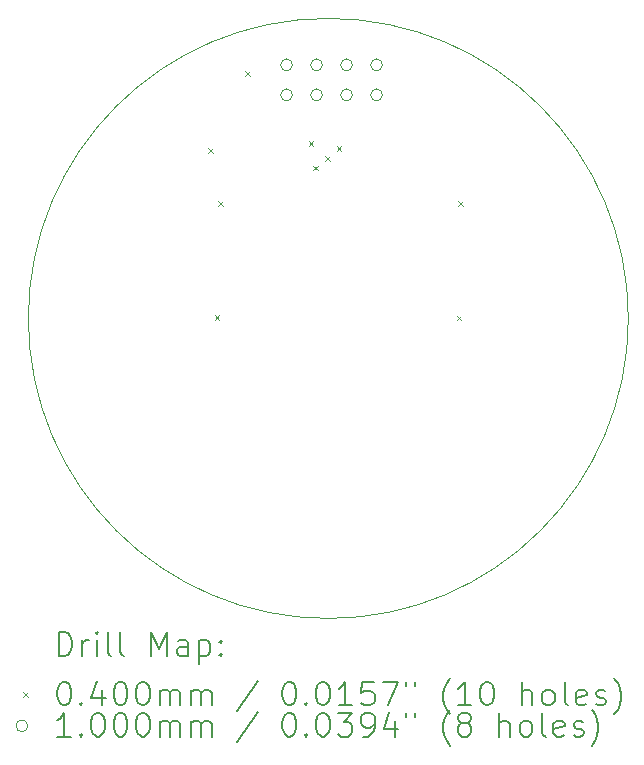
<source format=gbr>
%TF.GenerationSoftware,KiCad,Pcbnew,7.0.8*%
%TF.CreationDate,2025-03-05T08:56:01-05:00*%
%TF.ProjectId,cartridgeholder,63617274-7269-4646-9765-686f6c646572,rev?*%
%TF.SameCoordinates,Original*%
%TF.FileFunction,Drillmap*%
%TF.FilePolarity,Positive*%
%FSLAX45Y45*%
G04 Gerber Fmt 4.5, Leading zero omitted, Abs format (unit mm)*
G04 Created by KiCad (PCBNEW 7.0.8) date 2025-03-05 08:56:01*
%MOMM*%
%LPD*%
G01*
G04 APERTURE LIST*
%ADD10C,0.100000*%
%ADD11C,0.200000*%
%ADD12C,0.040000*%
G04 APERTURE END LIST*
D10*
X16089762Y-12212000D02*
G75*
G03*
X16089762Y-12212000I-2540000J0D01*
G01*
D11*
D12*
X12532000Y-10773000D02*
X12572000Y-10813000D01*
X12572000Y-10773000D02*
X12532000Y-10813000D01*
X12588000Y-12185000D02*
X12628000Y-12225000D01*
X12628000Y-12185000D02*
X12588000Y-12225000D01*
X12614000Y-11221000D02*
X12654000Y-11261000D01*
X12654000Y-11221000D02*
X12614000Y-11261000D01*
X12848000Y-10117000D02*
X12888000Y-10157000D01*
X12888000Y-10117000D02*
X12848000Y-10157000D01*
X13383000Y-10711000D02*
X13423000Y-10751000D01*
X13423000Y-10711000D02*
X13383000Y-10751000D01*
X13421730Y-10917730D02*
X13461730Y-10957730D01*
X13461730Y-10917730D02*
X13421730Y-10957730D01*
X13525000Y-10841000D02*
X13565000Y-10881000D01*
X13565000Y-10841000D02*
X13525000Y-10881000D01*
X13620000Y-10755000D02*
X13660000Y-10795000D01*
X13660000Y-10755000D02*
X13620000Y-10795000D01*
X14636000Y-12188000D02*
X14676000Y-12228000D01*
X14676000Y-12188000D02*
X14636000Y-12228000D01*
X14647000Y-11218000D02*
X14687000Y-11258000D01*
X14687000Y-11218000D02*
X14647000Y-11258000D01*
D10*
X13246000Y-10065000D02*
G75*
G03*
X13246000Y-10065000I-50000J0D01*
G01*
X13246000Y-10319000D02*
G75*
G03*
X13246000Y-10319000I-50000J0D01*
G01*
X13500000Y-10065000D02*
G75*
G03*
X13500000Y-10065000I-50000J0D01*
G01*
X13500000Y-10319000D02*
G75*
G03*
X13500000Y-10319000I-50000J0D01*
G01*
X13754000Y-10065000D02*
G75*
G03*
X13754000Y-10065000I-50000J0D01*
G01*
X13754000Y-10319000D02*
G75*
G03*
X13754000Y-10319000I-50000J0D01*
G01*
X14008000Y-10065000D02*
G75*
G03*
X14008000Y-10065000I-50000J0D01*
G01*
X14008000Y-10319000D02*
G75*
G03*
X14008000Y-10319000I-50000J0D01*
G01*
D11*
X11265539Y-15068484D02*
X11265539Y-14868484D01*
X11265539Y-14868484D02*
X11313158Y-14868484D01*
X11313158Y-14868484D02*
X11341729Y-14878008D01*
X11341729Y-14878008D02*
X11360777Y-14897055D01*
X11360777Y-14897055D02*
X11370301Y-14916103D01*
X11370301Y-14916103D02*
X11379825Y-14954198D01*
X11379825Y-14954198D02*
X11379825Y-14982769D01*
X11379825Y-14982769D02*
X11370301Y-15020865D01*
X11370301Y-15020865D02*
X11360777Y-15039912D01*
X11360777Y-15039912D02*
X11341729Y-15058960D01*
X11341729Y-15058960D02*
X11313158Y-15068484D01*
X11313158Y-15068484D02*
X11265539Y-15068484D01*
X11465539Y-15068484D02*
X11465539Y-14935150D01*
X11465539Y-14973246D02*
X11475063Y-14954198D01*
X11475063Y-14954198D02*
X11484586Y-14944674D01*
X11484586Y-14944674D02*
X11503634Y-14935150D01*
X11503634Y-14935150D02*
X11522682Y-14935150D01*
X11589348Y-15068484D02*
X11589348Y-14935150D01*
X11589348Y-14868484D02*
X11579825Y-14878008D01*
X11579825Y-14878008D02*
X11589348Y-14887531D01*
X11589348Y-14887531D02*
X11598872Y-14878008D01*
X11598872Y-14878008D02*
X11589348Y-14868484D01*
X11589348Y-14868484D02*
X11589348Y-14887531D01*
X11713158Y-15068484D02*
X11694110Y-15058960D01*
X11694110Y-15058960D02*
X11684586Y-15039912D01*
X11684586Y-15039912D02*
X11684586Y-14868484D01*
X11817920Y-15068484D02*
X11798872Y-15058960D01*
X11798872Y-15058960D02*
X11789348Y-15039912D01*
X11789348Y-15039912D02*
X11789348Y-14868484D01*
X12046491Y-15068484D02*
X12046491Y-14868484D01*
X12046491Y-14868484D02*
X12113158Y-15011341D01*
X12113158Y-15011341D02*
X12179825Y-14868484D01*
X12179825Y-14868484D02*
X12179825Y-15068484D01*
X12360777Y-15068484D02*
X12360777Y-14963722D01*
X12360777Y-14963722D02*
X12351253Y-14944674D01*
X12351253Y-14944674D02*
X12332206Y-14935150D01*
X12332206Y-14935150D02*
X12294110Y-14935150D01*
X12294110Y-14935150D02*
X12275063Y-14944674D01*
X12360777Y-15058960D02*
X12341729Y-15068484D01*
X12341729Y-15068484D02*
X12294110Y-15068484D01*
X12294110Y-15068484D02*
X12275063Y-15058960D01*
X12275063Y-15058960D02*
X12265539Y-15039912D01*
X12265539Y-15039912D02*
X12265539Y-15020865D01*
X12265539Y-15020865D02*
X12275063Y-15001817D01*
X12275063Y-15001817D02*
X12294110Y-14992293D01*
X12294110Y-14992293D02*
X12341729Y-14992293D01*
X12341729Y-14992293D02*
X12360777Y-14982769D01*
X12456015Y-14935150D02*
X12456015Y-15135150D01*
X12456015Y-14944674D02*
X12475063Y-14935150D01*
X12475063Y-14935150D02*
X12513158Y-14935150D01*
X12513158Y-14935150D02*
X12532206Y-14944674D01*
X12532206Y-14944674D02*
X12541729Y-14954198D01*
X12541729Y-14954198D02*
X12551253Y-14973246D01*
X12551253Y-14973246D02*
X12551253Y-15030388D01*
X12551253Y-15030388D02*
X12541729Y-15049436D01*
X12541729Y-15049436D02*
X12532206Y-15058960D01*
X12532206Y-15058960D02*
X12513158Y-15068484D01*
X12513158Y-15068484D02*
X12475063Y-15068484D01*
X12475063Y-15068484D02*
X12456015Y-15058960D01*
X12636967Y-15049436D02*
X12646491Y-15058960D01*
X12646491Y-15058960D02*
X12636967Y-15068484D01*
X12636967Y-15068484D02*
X12627444Y-15058960D01*
X12627444Y-15058960D02*
X12636967Y-15049436D01*
X12636967Y-15049436D02*
X12636967Y-15068484D01*
X12636967Y-14944674D02*
X12646491Y-14954198D01*
X12646491Y-14954198D02*
X12636967Y-14963722D01*
X12636967Y-14963722D02*
X12627444Y-14954198D01*
X12627444Y-14954198D02*
X12636967Y-14944674D01*
X12636967Y-14944674D02*
X12636967Y-14963722D01*
D12*
X10964762Y-15377000D02*
X11004762Y-15417000D01*
X11004762Y-15377000D02*
X10964762Y-15417000D01*
D11*
X11303634Y-15288484D02*
X11322682Y-15288484D01*
X11322682Y-15288484D02*
X11341729Y-15298008D01*
X11341729Y-15298008D02*
X11351253Y-15307531D01*
X11351253Y-15307531D02*
X11360777Y-15326579D01*
X11360777Y-15326579D02*
X11370301Y-15364674D01*
X11370301Y-15364674D02*
X11370301Y-15412293D01*
X11370301Y-15412293D02*
X11360777Y-15450388D01*
X11360777Y-15450388D02*
X11351253Y-15469436D01*
X11351253Y-15469436D02*
X11341729Y-15478960D01*
X11341729Y-15478960D02*
X11322682Y-15488484D01*
X11322682Y-15488484D02*
X11303634Y-15488484D01*
X11303634Y-15488484D02*
X11284586Y-15478960D01*
X11284586Y-15478960D02*
X11275063Y-15469436D01*
X11275063Y-15469436D02*
X11265539Y-15450388D01*
X11265539Y-15450388D02*
X11256015Y-15412293D01*
X11256015Y-15412293D02*
X11256015Y-15364674D01*
X11256015Y-15364674D02*
X11265539Y-15326579D01*
X11265539Y-15326579D02*
X11275063Y-15307531D01*
X11275063Y-15307531D02*
X11284586Y-15298008D01*
X11284586Y-15298008D02*
X11303634Y-15288484D01*
X11456015Y-15469436D02*
X11465539Y-15478960D01*
X11465539Y-15478960D02*
X11456015Y-15488484D01*
X11456015Y-15488484D02*
X11446491Y-15478960D01*
X11446491Y-15478960D02*
X11456015Y-15469436D01*
X11456015Y-15469436D02*
X11456015Y-15488484D01*
X11636967Y-15355150D02*
X11636967Y-15488484D01*
X11589348Y-15278960D02*
X11541729Y-15421817D01*
X11541729Y-15421817D02*
X11665539Y-15421817D01*
X11779825Y-15288484D02*
X11798872Y-15288484D01*
X11798872Y-15288484D02*
X11817920Y-15298008D01*
X11817920Y-15298008D02*
X11827444Y-15307531D01*
X11827444Y-15307531D02*
X11836967Y-15326579D01*
X11836967Y-15326579D02*
X11846491Y-15364674D01*
X11846491Y-15364674D02*
X11846491Y-15412293D01*
X11846491Y-15412293D02*
X11836967Y-15450388D01*
X11836967Y-15450388D02*
X11827444Y-15469436D01*
X11827444Y-15469436D02*
X11817920Y-15478960D01*
X11817920Y-15478960D02*
X11798872Y-15488484D01*
X11798872Y-15488484D02*
X11779825Y-15488484D01*
X11779825Y-15488484D02*
X11760777Y-15478960D01*
X11760777Y-15478960D02*
X11751253Y-15469436D01*
X11751253Y-15469436D02*
X11741729Y-15450388D01*
X11741729Y-15450388D02*
X11732206Y-15412293D01*
X11732206Y-15412293D02*
X11732206Y-15364674D01*
X11732206Y-15364674D02*
X11741729Y-15326579D01*
X11741729Y-15326579D02*
X11751253Y-15307531D01*
X11751253Y-15307531D02*
X11760777Y-15298008D01*
X11760777Y-15298008D02*
X11779825Y-15288484D01*
X11970301Y-15288484D02*
X11989348Y-15288484D01*
X11989348Y-15288484D02*
X12008396Y-15298008D01*
X12008396Y-15298008D02*
X12017920Y-15307531D01*
X12017920Y-15307531D02*
X12027444Y-15326579D01*
X12027444Y-15326579D02*
X12036967Y-15364674D01*
X12036967Y-15364674D02*
X12036967Y-15412293D01*
X12036967Y-15412293D02*
X12027444Y-15450388D01*
X12027444Y-15450388D02*
X12017920Y-15469436D01*
X12017920Y-15469436D02*
X12008396Y-15478960D01*
X12008396Y-15478960D02*
X11989348Y-15488484D01*
X11989348Y-15488484D02*
X11970301Y-15488484D01*
X11970301Y-15488484D02*
X11951253Y-15478960D01*
X11951253Y-15478960D02*
X11941729Y-15469436D01*
X11941729Y-15469436D02*
X11932206Y-15450388D01*
X11932206Y-15450388D02*
X11922682Y-15412293D01*
X11922682Y-15412293D02*
X11922682Y-15364674D01*
X11922682Y-15364674D02*
X11932206Y-15326579D01*
X11932206Y-15326579D02*
X11941729Y-15307531D01*
X11941729Y-15307531D02*
X11951253Y-15298008D01*
X11951253Y-15298008D02*
X11970301Y-15288484D01*
X12122682Y-15488484D02*
X12122682Y-15355150D01*
X12122682Y-15374198D02*
X12132206Y-15364674D01*
X12132206Y-15364674D02*
X12151253Y-15355150D01*
X12151253Y-15355150D02*
X12179825Y-15355150D01*
X12179825Y-15355150D02*
X12198872Y-15364674D01*
X12198872Y-15364674D02*
X12208396Y-15383722D01*
X12208396Y-15383722D02*
X12208396Y-15488484D01*
X12208396Y-15383722D02*
X12217920Y-15364674D01*
X12217920Y-15364674D02*
X12236967Y-15355150D01*
X12236967Y-15355150D02*
X12265539Y-15355150D01*
X12265539Y-15355150D02*
X12284587Y-15364674D01*
X12284587Y-15364674D02*
X12294110Y-15383722D01*
X12294110Y-15383722D02*
X12294110Y-15488484D01*
X12389348Y-15488484D02*
X12389348Y-15355150D01*
X12389348Y-15374198D02*
X12398872Y-15364674D01*
X12398872Y-15364674D02*
X12417920Y-15355150D01*
X12417920Y-15355150D02*
X12446491Y-15355150D01*
X12446491Y-15355150D02*
X12465539Y-15364674D01*
X12465539Y-15364674D02*
X12475063Y-15383722D01*
X12475063Y-15383722D02*
X12475063Y-15488484D01*
X12475063Y-15383722D02*
X12484587Y-15364674D01*
X12484587Y-15364674D02*
X12503634Y-15355150D01*
X12503634Y-15355150D02*
X12532206Y-15355150D01*
X12532206Y-15355150D02*
X12551253Y-15364674D01*
X12551253Y-15364674D02*
X12560777Y-15383722D01*
X12560777Y-15383722D02*
X12560777Y-15488484D01*
X12951253Y-15278960D02*
X12779825Y-15536103D01*
X13208396Y-15288484D02*
X13227444Y-15288484D01*
X13227444Y-15288484D02*
X13246491Y-15298008D01*
X13246491Y-15298008D02*
X13256015Y-15307531D01*
X13256015Y-15307531D02*
X13265539Y-15326579D01*
X13265539Y-15326579D02*
X13275063Y-15364674D01*
X13275063Y-15364674D02*
X13275063Y-15412293D01*
X13275063Y-15412293D02*
X13265539Y-15450388D01*
X13265539Y-15450388D02*
X13256015Y-15469436D01*
X13256015Y-15469436D02*
X13246491Y-15478960D01*
X13246491Y-15478960D02*
X13227444Y-15488484D01*
X13227444Y-15488484D02*
X13208396Y-15488484D01*
X13208396Y-15488484D02*
X13189349Y-15478960D01*
X13189349Y-15478960D02*
X13179825Y-15469436D01*
X13179825Y-15469436D02*
X13170301Y-15450388D01*
X13170301Y-15450388D02*
X13160777Y-15412293D01*
X13160777Y-15412293D02*
X13160777Y-15364674D01*
X13160777Y-15364674D02*
X13170301Y-15326579D01*
X13170301Y-15326579D02*
X13179825Y-15307531D01*
X13179825Y-15307531D02*
X13189349Y-15298008D01*
X13189349Y-15298008D02*
X13208396Y-15288484D01*
X13360777Y-15469436D02*
X13370301Y-15478960D01*
X13370301Y-15478960D02*
X13360777Y-15488484D01*
X13360777Y-15488484D02*
X13351253Y-15478960D01*
X13351253Y-15478960D02*
X13360777Y-15469436D01*
X13360777Y-15469436D02*
X13360777Y-15488484D01*
X13494110Y-15288484D02*
X13513158Y-15288484D01*
X13513158Y-15288484D02*
X13532206Y-15298008D01*
X13532206Y-15298008D02*
X13541730Y-15307531D01*
X13541730Y-15307531D02*
X13551253Y-15326579D01*
X13551253Y-15326579D02*
X13560777Y-15364674D01*
X13560777Y-15364674D02*
X13560777Y-15412293D01*
X13560777Y-15412293D02*
X13551253Y-15450388D01*
X13551253Y-15450388D02*
X13541730Y-15469436D01*
X13541730Y-15469436D02*
X13532206Y-15478960D01*
X13532206Y-15478960D02*
X13513158Y-15488484D01*
X13513158Y-15488484D02*
X13494110Y-15488484D01*
X13494110Y-15488484D02*
X13475063Y-15478960D01*
X13475063Y-15478960D02*
X13465539Y-15469436D01*
X13465539Y-15469436D02*
X13456015Y-15450388D01*
X13456015Y-15450388D02*
X13446491Y-15412293D01*
X13446491Y-15412293D02*
X13446491Y-15364674D01*
X13446491Y-15364674D02*
X13456015Y-15326579D01*
X13456015Y-15326579D02*
X13465539Y-15307531D01*
X13465539Y-15307531D02*
X13475063Y-15298008D01*
X13475063Y-15298008D02*
X13494110Y-15288484D01*
X13751253Y-15488484D02*
X13636968Y-15488484D01*
X13694110Y-15488484D02*
X13694110Y-15288484D01*
X13694110Y-15288484D02*
X13675063Y-15317055D01*
X13675063Y-15317055D02*
X13656015Y-15336103D01*
X13656015Y-15336103D02*
X13636968Y-15345627D01*
X13932206Y-15288484D02*
X13836968Y-15288484D01*
X13836968Y-15288484D02*
X13827444Y-15383722D01*
X13827444Y-15383722D02*
X13836968Y-15374198D01*
X13836968Y-15374198D02*
X13856015Y-15364674D01*
X13856015Y-15364674D02*
X13903634Y-15364674D01*
X13903634Y-15364674D02*
X13922682Y-15374198D01*
X13922682Y-15374198D02*
X13932206Y-15383722D01*
X13932206Y-15383722D02*
X13941730Y-15402769D01*
X13941730Y-15402769D02*
X13941730Y-15450388D01*
X13941730Y-15450388D02*
X13932206Y-15469436D01*
X13932206Y-15469436D02*
X13922682Y-15478960D01*
X13922682Y-15478960D02*
X13903634Y-15488484D01*
X13903634Y-15488484D02*
X13856015Y-15488484D01*
X13856015Y-15488484D02*
X13836968Y-15478960D01*
X13836968Y-15478960D02*
X13827444Y-15469436D01*
X14008396Y-15288484D02*
X14141730Y-15288484D01*
X14141730Y-15288484D02*
X14056015Y-15488484D01*
X14208396Y-15288484D02*
X14208396Y-15326579D01*
X14284587Y-15288484D02*
X14284587Y-15326579D01*
X14579825Y-15564674D02*
X14570301Y-15555150D01*
X14570301Y-15555150D02*
X14551253Y-15526579D01*
X14551253Y-15526579D02*
X14541730Y-15507531D01*
X14541730Y-15507531D02*
X14532206Y-15478960D01*
X14532206Y-15478960D02*
X14522682Y-15431341D01*
X14522682Y-15431341D02*
X14522682Y-15393246D01*
X14522682Y-15393246D02*
X14532206Y-15345627D01*
X14532206Y-15345627D02*
X14541730Y-15317055D01*
X14541730Y-15317055D02*
X14551253Y-15298008D01*
X14551253Y-15298008D02*
X14570301Y-15269436D01*
X14570301Y-15269436D02*
X14579825Y-15259912D01*
X14760777Y-15488484D02*
X14646492Y-15488484D01*
X14703634Y-15488484D02*
X14703634Y-15288484D01*
X14703634Y-15288484D02*
X14684587Y-15317055D01*
X14684587Y-15317055D02*
X14665539Y-15336103D01*
X14665539Y-15336103D02*
X14646492Y-15345627D01*
X14884587Y-15288484D02*
X14903634Y-15288484D01*
X14903634Y-15288484D02*
X14922682Y-15298008D01*
X14922682Y-15298008D02*
X14932206Y-15307531D01*
X14932206Y-15307531D02*
X14941730Y-15326579D01*
X14941730Y-15326579D02*
X14951253Y-15364674D01*
X14951253Y-15364674D02*
X14951253Y-15412293D01*
X14951253Y-15412293D02*
X14941730Y-15450388D01*
X14941730Y-15450388D02*
X14932206Y-15469436D01*
X14932206Y-15469436D02*
X14922682Y-15478960D01*
X14922682Y-15478960D02*
X14903634Y-15488484D01*
X14903634Y-15488484D02*
X14884587Y-15488484D01*
X14884587Y-15488484D02*
X14865539Y-15478960D01*
X14865539Y-15478960D02*
X14856015Y-15469436D01*
X14856015Y-15469436D02*
X14846492Y-15450388D01*
X14846492Y-15450388D02*
X14836968Y-15412293D01*
X14836968Y-15412293D02*
X14836968Y-15364674D01*
X14836968Y-15364674D02*
X14846492Y-15326579D01*
X14846492Y-15326579D02*
X14856015Y-15307531D01*
X14856015Y-15307531D02*
X14865539Y-15298008D01*
X14865539Y-15298008D02*
X14884587Y-15288484D01*
X15189349Y-15488484D02*
X15189349Y-15288484D01*
X15275063Y-15488484D02*
X15275063Y-15383722D01*
X15275063Y-15383722D02*
X15265539Y-15364674D01*
X15265539Y-15364674D02*
X15246492Y-15355150D01*
X15246492Y-15355150D02*
X15217920Y-15355150D01*
X15217920Y-15355150D02*
X15198873Y-15364674D01*
X15198873Y-15364674D02*
X15189349Y-15374198D01*
X15398873Y-15488484D02*
X15379825Y-15478960D01*
X15379825Y-15478960D02*
X15370301Y-15469436D01*
X15370301Y-15469436D02*
X15360777Y-15450388D01*
X15360777Y-15450388D02*
X15360777Y-15393246D01*
X15360777Y-15393246D02*
X15370301Y-15374198D01*
X15370301Y-15374198D02*
X15379825Y-15364674D01*
X15379825Y-15364674D02*
X15398873Y-15355150D01*
X15398873Y-15355150D02*
X15427444Y-15355150D01*
X15427444Y-15355150D02*
X15446492Y-15364674D01*
X15446492Y-15364674D02*
X15456015Y-15374198D01*
X15456015Y-15374198D02*
X15465539Y-15393246D01*
X15465539Y-15393246D02*
X15465539Y-15450388D01*
X15465539Y-15450388D02*
X15456015Y-15469436D01*
X15456015Y-15469436D02*
X15446492Y-15478960D01*
X15446492Y-15478960D02*
X15427444Y-15488484D01*
X15427444Y-15488484D02*
X15398873Y-15488484D01*
X15579825Y-15488484D02*
X15560777Y-15478960D01*
X15560777Y-15478960D02*
X15551254Y-15459912D01*
X15551254Y-15459912D02*
X15551254Y-15288484D01*
X15732206Y-15478960D02*
X15713158Y-15488484D01*
X15713158Y-15488484D02*
X15675063Y-15488484D01*
X15675063Y-15488484D02*
X15656015Y-15478960D01*
X15656015Y-15478960D02*
X15646492Y-15459912D01*
X15646492Y-15459912D02*
X15646492Y-15383722D01*
X15646492Y-15383722D02*
X15656015Y-15364674D01*
X15656015Y-15364674D02*
X15675063Y-15355150D01*
X15675063Y-15355150D02*
X15713158Y-15355150D01*
X15713158Y-15355150D02*
X15732206Y-15364674D01*
X15732206Y-15364674D02*
X15741730Y-15383722D01*
X15741730Y-15383722D02*
X15741730Y-15402769D01*
X15741730Y-15402769D02*
X15646492Y-15421817D01*
X15817920Y-15478960D02*
X15836968Y-15488484D01*
X15836968Y-15488484D02*
X15875063Y-15488484D01*
X15875063Y-15488484D02*
X15894111Y-15478960D01*
X15894111Y-15478960D02*
X15903635Y-15459912D01*
X15903635Y-15459912D02*
X15903635Y-15450388D01*
X15903635Y-15450388D02*
X15894111Y-15431341D01*
X15894111Y-15431341D02*
X15875063Y-15421817D01*
X15875063Y-15421817D02*
X15846492Y-15421817D01*
X15846492Y-15421817D02*
X15827444Y-15412293D01*
X15827444Y-15412293D02*
X15817920Y-15393246D01*
X15817920Y-15393246D02*
X15817920Y-15383722D01*
X15817920Y-15383722D02*
X15827444Y-15364674D01*
X15827444Y-15364674D02*
X15846492Y-15355150D01*
X15846492Y-15355150D02*
X15875063Y-15355150D01*
X15875063Y-15355150D02*
X15894111Y-15364674D01*
X15970301Y-15564674D02*
X15979825Y-15555150D01*
X15979825Y-15555150D02*
X15998873Y-15526579D01*
X15998873Y-15526579D02*
X16008396Y-15507531D01*
X16008396Y-15507531D02*
X16017920Y-15478960D01*
X16017920Y-15478960D02*
X16027444Y-15431341D01*
X16027444Y-15431341D02*
X16027444Y-15393246D01*
X16027444Y-15393246D02*
X16017920Y-15345627D01*
X16017920Y-15345627D02*
X16008396Y-15317055D01*
X16008396Y-15317055D02*
X15998873Y-15298008D01*
X15998873Y-15298008D02*
X15979825Y-15269436D01*
X15979825Y-15269436D02*
X15970301Y-15259912D01*
D10*
X11004762Y-15661000D02*
G75*
G03*
X11004762Y-15661000I-50000J0D01*
G01*
D11*
X11370301Y-15752484D02*
X11256015Y-15752484D01*
X11313158Y-15752484D02*
X11313158Y-15552484D01*
X11313158Y-15552484D02*
X11294110Y-15581055D01*
X11294110Y-15581055D02*
X11275063Y-15600103D01*
X11275063Y-15600103D02*
X11256015Y-15609627D01*
X11456015Y-15733436D02*
X11465539Y-15742960D01*
X11465539Y-15742960D02*
X11456015Y-15752484D01*
X11456015Y-15752484D02*
X11446491Y-15742960D01*
X11446491Y-15742960D02*
X11456015Y-15733436D01*
X11456015Y-15733436D02*
X11456015Y-15752484D01*
X11589348Y-15552484D02*
X11608396Y-15552484D01*
X11608396Y-15552484D02*
X11627444Y-15562008D01*
X11627444Y-15562008D02*
X11636967Y-15571531D01*
X11636967Y-15571531D02*
X11646491Y-15590579D01*
X11646491Y-15590579D02*
X11656015Y-15628674D01*
X11656015Y-15628674D02*
X11656015Y-15676293D01*
X11656015Y-15676293D02*
X11646491Y-15714388D01*
X11646491Y-15714388D02*
X11636967Y-15733436D01*
X11636967Y-15733436D02*
X11627444Y-15742960D01*
X11627444Y-15742960D02*
X11608396Y-15752484D01*
X11608396Y-15752484D02*
X11589348Y-15752484D01*
X11589348Y-15752484D02*
X11570301Y-15742960D01*
X11570301Y-15742960D02*
X11560777Y-15733436D01*
X11560777Y-15733436D02*
X11551253Y-15714388D01*
X11551253Y-15714388D02*
X11541729Y-15676293D01*
X11541729Y-15676293D02*
X11541729Y-15628674D01*
X11541729Y-15628674D02*
X11551253Y-15590579D01*
X11551253Y-15590579D02*
X11560777Y-15571531D01*
X11560777Y-15571531D02*
X11570301Y-15562008D01*
X11570301Y-15562008D02*
X11589348Y-15552484D01*
X11779825Y-15552484D02*
X11798872Y-15552484D01*
X11798872Y-15552484D02*
X11817920Y-15562008D01*
X11817920Y-15562008D02*
X11827444Y-15571531D01*
X11827444Y-15571531D02*
X11836967Y-15590579D01*
X11836967Y-15590579D02*
X11846491Y-15628674D01*
X11846491Y-15628674D02*
X11846491Y-15676293D01*
X11846491Y-15676293D02*
X11836967Y-15714388D01*
X11836967Y-15714388D02*
X11827444Y-15733436D01*
X11827444Y-15733436D02*
X11817920Y-15742960D01*
X11817920Y-15742960D02*
X11798872Y-15752484D01*
X11798872Y-15752484D02*
X11779825Y-15752484D01*
X11779825Y-15752484D02*
X11760777Y-15742960D01*
X11760777Y-15742960D02*
X11751253Y-15733436D01*
X11751253Y-15733436D02*
X11741729Y-15714388D01*
X11741729Y-15714388D02*
X11732206Y-15676293D01*
X11732206Y-15676293D02*
X11732206Y-15628674D01*
X11732206Y-15628674D02*
X11741729Y-15590579D01*
X11741729Y-15590579D02*
X11751253Y-15571531D01*
X11751253Y-15571531D02*
X11760777Y-15562008D01*
X11760777Y-15562008D02*
X11779825Y-15552484D01*
X11970301Y-15552484D02*
X11989348Y-15552484D01*
X11989348Y-15552484D02*
X12008396Y-15562008D01*
X12008396Y-15562008D02*
X12017920Y-15571531D01*
X12017920Y-15571531D02*
X12027444Y-15590579D01*
X12027444Y-15590579D02*
X12036967Y-15628674D01*
X12036967Y-15628674D02*
X12036967Y-15676293D01*
X12036967Y-15676293D02*
X12027444Y-15714388D01*
X12027444Y-15714388D02*
X12017920Y-15733436D01*
X12017920Y-15733436D02*
X12008396Y-15742960D01*
X12008396Y-15742960D02*
X11989348Y-15752484D01*
X11989348Y-15752484D02*
X11970301Y-15752484D01*
X11970301Y-15752484D02*
X11951253Y-15742960D01*
X11951253Y-15742960D02*
X11941729Y-15733436D01*
X11941729Y-15733436D02*
X11932206Y-15714388D01*
X11932206Y-15714388D02*
X11922682Y-15676293D01*
X11922682Y-15676293D02*
X11922682Y-15628674D01*
X11922682Y-15628674D02*
X11932206Y-15590579D01*
X11932206Y-15590579D02*
X11941729Y-15571531D01*
X11941729Y-15571531D02*
X11951253Y-15562008D01*
X11951253Y-15562008D02*
X11970301Y-15552484D01*
X12122682Y-15752484D02*
X12122682Y-15619150D01*
X12122682Y-15638198D02*
X12132206Y-15628674D01*
X12132206Y-15628674D02*
X12151253Y-15619150D01*
X12151253Y-15619150D02*
X12179825Y-15619150D01*
X12179825Y-15619150D02*
X12198872Y-15628674D01*
X12198872Y-15628674D02*
X12208396Y-15647722D01*
X12208396Y-15647722D02*
X12208396Y-15752484D01*
X12208396Y-15647722D02*
X12217920Y-15628674D01*
X12217920Y-15628674D02*
X12236967Y-15619150D01*
X12236967Y-15619150D02*
X12265539Y-15619150D01*
X12265539Y-15619150D02*
X12284587Y-15628674D01*
X12284587Y-15628674D02*
X12294110Y-15647722D01*
X12294110Y-15647722D02*
X12294110Y-15752484D01*
X12389348Y-15752484D02*
X12389348Y-15619150D01*
X12389348Y-15638198D02*
X12398872Y-15628674D01*
X12398872Y-15628674D02*
X12417920Y-15619150D01*
X12417920Y-15619150D02*
X12446491Y-15619150D01*
X12446491Y-15619150D02*
X12465539Y-15628674D01*
X12465539Y-15628674D02*
X12475063Y-15647722D01*
X12475063Y-15647722D02*
X12475063Y-15752484D01*
X12475063Y-15647722D02*
X12484587Y-15628674D01*
X12484587Y-15628674D02*
X12503634Y-15619150D01*
X12503634Y-15619150D02*
X12532206Y-15619150D01*
X12532206Y-15619150D02*
X12551253Y-15628674D01*
X12551253Y-15628674D02*
X12560777Y-15647722D01*
X12560777Y-15647722D02*
X12560777Y-15752484D01*
X12951253Y-15542960D02*
X12779825Y-15800103D01*
X13208396Y-15552484D02*
X13227444Y-15552484D01*
X13227444Y-15552484D02*
X13246491Y-15562008D01*
X13246491Y-15562008D02*
X13256015Y-15571531D01*
X13256015Y-15571531D02*
X13265539Y-15590579D01*
X13265539Y-15590579D02*
X13275063Y-15628674D01*
X13275063Y-15628674D02*
X13275063Y-15676293D01*
X13275063Y-15676293D02*
X13265539Y-15714388D01*
X13265539Y-15714388D02*
X13256015Y-15733436D01*
X13256015Y-15733436D02*
X13246491Y-15742960D01*
X13246491Y-15742960D02*
X13227444Y-15752484D01*
X13227444Y-15752484D02*
X13208396Y-15752484D01*
X13208396Y-15752484D02*
X13189349Y-15742960D01*
X13189349Y-15742960D02*
X13179825Y-15733436D01*
X13179825Y-15733436D02*
X13170301Y-15714388D01*
X13170301Y-15714388D02*
X13160777Y-15676293D01*
X13160777Y-15676293D02*
X13160777Y-15628674D01*
X13160777Y-15628674D02*
X13170301Y-15590579D01*
X13170301Y-15590579D02*
X13179825Y-15571531D01*
X13179825Y-15571531D02*
X13189349Y-15562008D01*
X13189349Y-15562008D02*
X13208396Y-15552484D01*
X13360777Y-15733436D02*
X13370301Y-15742960D01*
X13370301Y-15742960D02*
X13360777Y-15752484D01*
X13360777Y-15752484D02*
X13351253Y-15742960D01*
X13351253Y-15742960D02*
X13360777Y-15733436D01*
X13360777Y-15733436D02*
X13360777Y-15752484D01*
X13494110Y-15552484D02*
X13513158Y-15552484D01*
X13513158Y-15552484D02*
X13532206Y-15562008D01*
X13532206Y-15562008D02*
X13541730Y-15571531D01*
X13541730Y-15571531D02*
X13551253Y-15590579D01*
X13551253Y-15590579D02*
X13560777Y-15628674D01*
X13560777Y-15628674D02*
X13560777Y-15676293D01*
X13560777Y-15676293D02*
X13551253Y-15714388D01*
X13551253Y-15714388D02*
X13541730Y-15733436D01*
X13541730Y-15733436D02*
X13532206Y-15742960D01*
X13532206Y-15742960D02*
X13513158Y-15752484D01*
X13513158Y-15752484D02*
X13494110Y-15752484D01*
X13494110Y-15752484D02*
X13475063Y-15742960D01*
X13475063Y-15742960D02*
X13465539Y-15733436D01*
X13465539Y-15733436D02*
X13456015Y-15714388D01*
X13456015Y-15714388D02*
X13446491Y-15676293D01*
X13446491Y-15676293D02*
X13446491Y-15628674D01*
X13446491Y-15628674D02*
X13456015Y-15590579D01*
X13456015Y-15590579D02*
X13465539Y-15571531D01*
X13465539Y-15571531D02*
X13475063Y-15562008D01*
X13475063Y-15562008D02*
X13494110Y-15552484D01*
X13627444Y-15552484D02*
X13751253Y-15552484D01*
X13751253Y-15552484D02*
X13684587Y-15628674D01*
X13684587Y-15628674D02*
X13713158Y-15628674D01*
X13713158Y-15628674D02*
X13732206Y-15638198D01*
X13732206Y-15638198D02*
X13741730Y-15647722D01*
X13741730Y-15647722D02*
X13751253Y-15666769D01*
X13751253Y-15666769D02*
X13751253Y-15714388D01*
X13751253Y-15714388D02*
X13741730Y-15733436D01*
X13741730Y-15733436D02*
X13732206Y-15742960D01*
X13732206Y-15742960D02*
X13713158Y-15752484D01*
X13713158Y-15752484D02*
X13656015Y-15752484D01*
X13656015Y-15752484D02*
X13636968Y-15742960D01*
X13636968Y-15742960D02*
X13627444Y-15733436D01*
X13846491Y-15752484D02*
X13884587Y-15752484D01*
X13884587Y-15752484D02*
X13903634Y-15742960D01*
X13903634Y-15742960D02*
X13913158Y-15733436D01*
X13913158Y-15733436D02*
X13932206Y-15704865D01*
X13932206Y-15704865D02*
X13941730Y-15666769D01*
X13941730Y-15666769D02*
X13941730Y-15590579D01*
X13941730Y-15590579D02*
X13932206Y-15571531D01*
X13932206Y-15571531D02*
X13922682Y-15562008D01*
X13922682Y-15562008D02*
X13903634Y-15552484D01*
X13903634Y-15552484D02*
X13865539Y-15552484D01*
X13865539Y-15552484D02*
X13846491Y-15562008D01*
X13846491Y-15562008D02*
X13836968Y-15571531D01*
X13836968Y-15571531D02*
X13827444Y-15590579D01*
X13827444Y-15590579D02*
X13827444Y-15638198D01*
X13827444Y-15638198D02*
X13836968Y-15657246D01*
X13836968Y-15657246D02*
X13846491Y-15666769D01*
X13846491Y-15666769D02*
X13865539Y-15676293D01*
X13865539Y-15676293D02*
X13903634Y-15676293D01*
X13903634Y-15676293D02*
X13922682Y-15666769D01*
X13922682Y-15666769D02*
X13932206Y-15657246D01*
X13932206Y-15657246D02*
X13941730Y-15638198D01*
X14113158Y-15619150D02*
X14113158Y-15752484D01*
X14065539Y-15542960D02*
X14017920Y-15685817D01*
X14017920Y-15685817D02*
X14141730Y-15685817D01*
X14208396Y-15552484D02*
X14208396Y-15590579D01*
X14284587Y-15552484D02*
X14284587Y-15590579D01*
X14579825Y-15828674D02*
X14570301Y-15819150D01*
X14570301Y-15819150D02*
X14551253Y-15790579D01*
X14551253Y-15790579D02*
X14541730Y-15771531D01*
X14541730Y-15771531D02*
X14532206Y-15742960D01*
X14532206Y-15742960D02*
X14522682Y-15695341D01*
X14522682Y-15695341D02*
X14522682Y-15657246D01*
X14522682Y-15657246D02*
X14532206Y-15609627D01*
X14532206Y-15609627D02*
X14541730Y-15581055D01*
X14541730Y-15581055D02*
X14551253Y-15562008D01*
X14551253Y-15562008D02*
X14570301Y-15533436D01*
X14570301Y-15533436D02*
X14579825Y-15523912D01*
X14684587Y-15638198D02*
X14665539Y-15628674D01*
X14665539Y-15628674D02*
X14656015Y-15619150D01*
X14656015Y-15619150D02*
X14646492Y-15600103D01*
X14646492Y-15600103D02*
X14646492Y-15590579D01*
X14646492Y-15590579D02*
X14656015Y-15571531D01*
X14656015Y-15571531D02*
X14665539Y-15562008D01*
X14665539Y-15562008D02*
X14684587Y-15552484D01*
X14684587Y-15552484D02*
X14722682Y-15552484D01*
X14722682Y-15552484D02*
X14741730Y-15562008D01*
X14741730Y-15562008D02*
X14751253Y-15571531D01*
X14751253Y-15571531D02*
X14760777Y-15590579D01*
X14760777Y-15590579D02*
X14760777Y-15600103D01*
X14760777Y-15600103D02*
X14751253Y-15619150D01*
X14751253Y-15619150D02*
X14741730Y-15628674D01*
X14741730Y-15628674D02*
X14722682Y-15638198D01*
X14722682Y-15638198D02*
X14684587Y-15638198D01*
X14684587Y-15638198D02*
X14665539Y-15647722D01*
X14665539Y-15647722D02*
X14656015Y-15657246D01*
X14656015Y-15657246D02*
X14646492Y-15676293D01*
X14646492Y-15676293D02*
X14646492Y-15714388D01*
X14646492Y-15714388D02*
X14656015Y-15733436D01*
X14656015Y-15733436D02*
X14665539Y-15742960D01*
X14665539Y-15742960D02*
X14684587Y-15752484D01*
X14684587Y-15752484D02*
X14722682Y-15752484D01*
X14722682Y-15752484D02*
X14741730Y-15742960D01*
X14741730Y-15742960D02*
X14751253Y-15733436D01*
X14751253Y-15733436D02*
X14760777Y-15714388D01*
X14760777Y-15714388D02*
X14760777Y-15676293D01*
X14760777Y-15676293D02*
X14751253Y-15657246D01*
X14751253Y-15657246D02*
X14741730Y-15647722D01*
X14741730Y-15647722D02*
X14722682Y-15638198D01*
X14998873Y-15752484D02*
X14998873Y-15552484D01*
X15084587Y-15752484D02*
X15084587Y-15647722D01*
X15084587Y-15647722D02*
X15075063Y-15628674D01*
X15075063Y-15628674D02*
X15056015Y-15619150D01*
X15056015Y-15619150D02*
X15027444Y-15619150D01*
X15027444Y-15619150D02*
X15008396Y-15628674D01*
X15008396Y-15628674D02*
X14998873Y-15638198D01*
X15208396Y-15752484D02*
X15189349Y-15742960D01*
X15189349Y-15742960D02*
X15179825Y-15733436D01*
X15179825Y-15733436D02*
X15170301Y-15714388D01*
X15170301Y-15714388D02*
X15170301Y-15657246D01*
X15170301Y-15657246D02*
X15179825Y-15638198D01*
X15179825Y-15638198D02*
X15189349Y-15628674D01*
X15189349Y-15628674D02*
X15208396Y-15619150D01*
X15208396Y-15619150D02*
X15236968Y-15619150D01*
X15236968Y-15619150D02*
X15256015Y-15628674D01*
X15256015Y-15628674D02*
X15265539Y-15638198D01*
X15265539Y-15638198D02*
X15275063Y-15657246D01*
X15275063Y-15657246D02*
X15275063Y-15714388D01*
X15275063Y-15714388D02*
X15265539Y-15733436D01*
X15265539Y-15733436D02*
X15256015Y-15742960D01*
X15256015Y-15742960D02*
X15236968Y-15752484D01*
X15236968Y-15752484D02*
X15208396Y-15752484D01*
X15389349Y-15752484D02*
X15370301Y-15742960D01*
X15370301Y-15742960D02*
X15360777Y-15723912D01*
X15360777Y-15723912D02*
X15360777Y-15552484D01*
X15541730Y-15742960D02*
X15522682Y-15752484D01*
X15522682Y-15752484D02*
X15484587Y-15752484D01*
X15484587Y-15752484D02*
X15465539Y-15742960D01*
X15465539Y-15742960D02*
X15456015Y-15723912D01*
X15456015Y-15723912D02*
X15456015Y-15647722D01*
X15456015Y-15647722D02*
X15465539Y-15628674D01*
X15465539Y-15628674D02*
X15484587Y-15619150D01*
X15484587Y-15619150D02*
X15522682Y-15619150D01*
X15522682Y-15619150D02*
X15541730Y-15628674D01*
X15541730Y-15628674D02*
X15551254Y-15647722D01*
X15551254Y-15647722D02*
X15551254Y-15666769D01*
X15551254Y-15666769D02*
X15456015Y-15685817D01*
X15627444Y-15742960D02*
X15646492Y-15752484D01*
X15646492Y-15752484D02*
X15684587Y-15752484D01*
X15684587Y-15752484D02*
X15703635Y-15742960D01*
X15703635Y-15742960D02*
X15713158Y-15723912D01*
X15713158Y-15723912D02*
X15713158Y-15714388D01*
X15713158Y-15714388D02*
X15703635Y-15695341D01*
X15703635Y-15695341D02*
X15684587Y-15685817D01*
X15684587Y-15685817D02*
X15656015Y-15685817D01*
X15656015Y-15685817D02*
X15636968Y-15676293D01*
X15636968Y-15676293D02*
X15627444Y-15657246D01*
X15627444Y-15657246D02*
X15627444Y-15647722D01*
X15627444Y-15647722D02*
X15636968Y-15628674D01*
X15636968Y-15628674D02*
X15656015Y-15619150D01*
X15656015Y-15619150D02*
X15684587Y-15619150D01*
X15684587Y-15619150D02*
X15703635Y-15628674D01*
X15779825Y-15828674D02*
X15789349Y-15819150D01*
X15789349Y-15819150D02*
X15808396Y-15790579D01*
X15808396Y-15790579D02*
X15817920Y-15771531D01*
X15817920Y-15771531D02*
X15827444Y-15742960D01*
X15827444Y-15742960D02*
X15836968Y-15695341D01*
X15836968Y-15695341D02*
X15836968Y-15657246D01*
X15836968Y-15657246D02*
X15827444Y-15609627D01*
X15827444Y-15609627D02*
X15817920Y-15581055D01*
X15817920Y-15581055D02*
X15808396Y-15562008D01*
X15808396Y-15562008D02*
X15789349Y-15533436D01*
X15789349Y-15533436D02*
X15779825Y-15523912D01*
M02*

</source>
